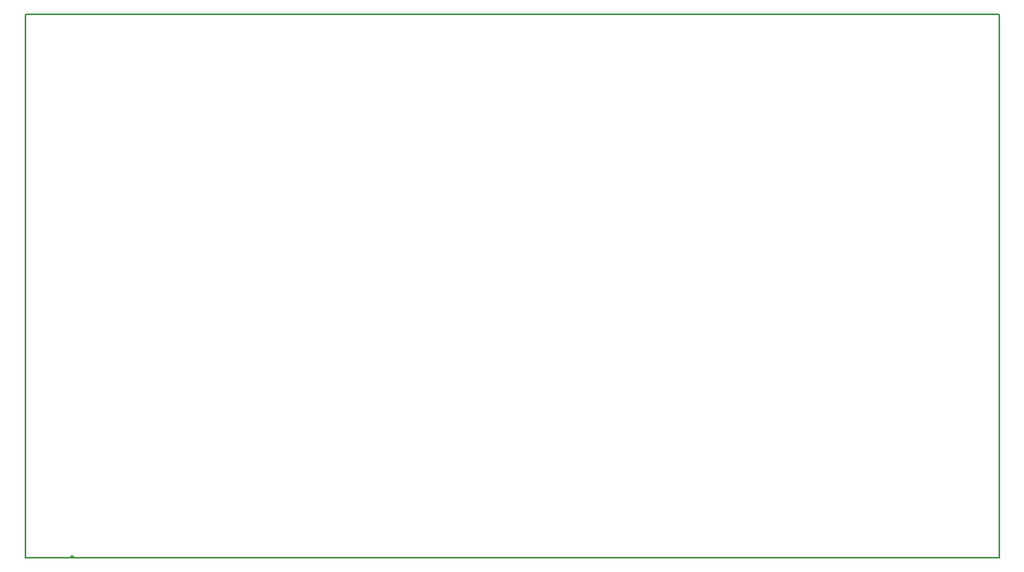
<source format=gm1>
%TF.GenerationSoftware,KiCad,Pcbnew,4.0.7*%
%TF.CreationDate,2018-07-23T15:38:26+02:00*%
%TF.ProjectId,rte_rpi,7274655F7270692E6B696361645F7063,rev?*%
%TF.FileFunction,Profile,NP*%
%FSLAX46Y46*%
G04 Gerber Fmt 4.6, Leading zero omitted, Abs format (unit mm)*
G04 Created by KiCad (PCBNEW 4.0.7) date 07/23/18 15:38:26*
%MOMM*%
%LPD*%
G01*
G04 APERTURE LIST*
%ADD10C,0.100000*%
%ADD11C,0.200000*%
G04 APERTURE END LIST*
D10*
D11*
X130810000Y-127508000D02*
X234442000Y-127508000D01*
X130810000Y-69596000D02*
X130810000Y-127508000D01*
X234442000Y-69596000D02*
X130810000Y-69596000D01*
X234442000Y-70612000D02*
X234442000Y-69596000D01*
X234442000Y-71120000D02*
X234442000Y-70612000D01*
X234442000Y-127508000D02*
X234442000Y-71120000D01*
X135636000Y-127381000D02*
X135686800Y-127381000D01*
X135636000Y-127381000D02*
X135890000Y-127381000D01*
M02*

</source>
